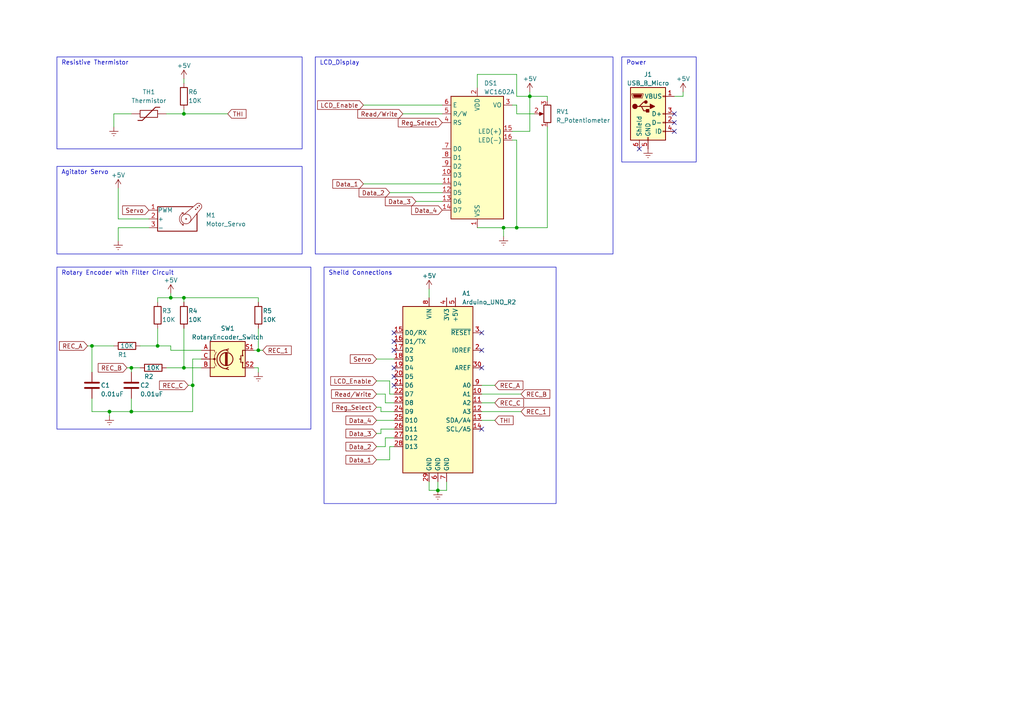
<source format=kicad_sch>
(kicad_sch (version 20230121) (generator eeschema)
  (paper "A4")
  (title_block (title "The_Dark_Room_Too"))
  (lib_symbols
    (symbol "Connector:USB_B_Micro" (pin_names (offset 1.016))
      (property "Reference" "J" (at -5.08 11.43 0))
      (property "Value" "USB_B_Micro" (at -5.08 8.89 0))
      (symbol "USB_B_Micro_0_1"
        (rectangle (start -5.08 -7.62) (end 5.08 7.62) (stroke (width 0.254)) (fill (type background)))
        (circle (center -3.81 2.159) (radius 0.635) (stroke (width 0.254)) (fill (type outline)))
        (circle (center -0.635 3.429) (radius 0.381) (stroke (width 0.254)) (fill (type outline)))
        (rectangle (start -0.127 -7.62) (end 0.127 -6.858))
        (polyline (pts (xy -1.905 2.159) (xy 0.635 2.159)) (stroke (width 0.254)))
        (polyline (pts (xy -3.175 2.159) (xy -2.54 2.159) (xy -1.27 3.429) (xy -0.635 3.429)) (stroke (width 0.254)))
        (polyline (pts (xy -2.54 2.159) (xy -1.905 2.159) (xy -1.27 0.889) (xy 0 0.889)) (stroke (width 0.254)))
        (polyline (pts (xy 0.635 2.794) (xy 0.635 1.524) (xy 1.905 2.159) (xy 0.635 2.794)) (stroke (width 0.254)) (fill (type outline)))
        (polyline (pts (xy -4.318 5.588) (xy -1.778 5.588) (xy -2.032 4.826) (xy -4.064 4.826) (xy -4.318 5.588)) (fill (type outline)))
        (polyline (pts (xy -4.699 5.842) (xy -4.699 5.588) (xy -4.445 4.826) (xy -4.445 4.572) (xy -1.651 4.572) (xy -1.651 4.826) (xy -1.397 5.588) (xy -1.397 5.842) (xy -4.699 5.842)))
        (rectangle (start 0.254 1.27) (end -0.508 0.508) (stroke (width 0.254)) (fill (type outline)))
        (rectangle (start 5.08 -5.207) (end 4.318 -4.953))
        (rectangle (start 5.08 -2.667) (end 4.318 -2.413))
        (rectangle (start 5.08 -0.127) (end 4.318 0.127))
        (rectangle (start 5.08 4.953) (end 4.318 5.207))
      )
      (symbol "USB_B_Micro_1_1"
        (pin power_out line (at 7.62 5.08 180) (length 2.54) (name "VBUS") (number "1"))
        (pin bidirectional line (at 7.62 -2.54 180) (length 2.54) (name "D-") (number "2"))
        (pin bidirectional line (at 7.62 0 180) (length 2.54) (name "D+") (number "3"))
        (pin passive line (at 7.62 -5.08 180) (length 2.54) (name "ID") (number "4"))
        (pin power_out line (at 0 -10.16 90) (length 2.54) (name "GND") (number "5"))
        (pin passive line (at -2.54 -10.16 90) (length 2.54) (name "Shield") (number "6"))
      )
    )
    (symbol "Device:C" (pin_numbers hide) (pin_names (offset 0.254))
      (property "Reference" "C" (at 0.635 2.54 0))
      (property "Value" "C" (at 0.635 -2.54 0))
      (symbol "C_0_1"
        (polyline (pts (xy -2.032 -0.762) (xy 2.032 -0.762)) (stroke (width 0.508)))
        (polyline (pts (xy -2.032 0.762) (xy 2.032 0.762)) (stroke (width 0.508)))
      )
      (symbol "C_1_1"
        (pin passive line (at 0 3.81 270) (length 2.794) (name "~") (number "1"))
        (pin passive line (at 0 -3.81 90) (length 2.794) (name "~") (number "2"))
      )
    )
    (symbol "Device:R" (pin_numbers hide) (pin_names (offset 0))
      (property "Reference" "R" (at 2.032 0 90))
      (property "Value" "R" (at 0 0 90))
      (symbol "R_0_1"
        (rectangle (start -1.016 -2.54) (end 1.016 2.54) (stroke (width 0.254)))
      )
      (symbol "R_1_1"
        (pin passive line (at 0 3.81 270) (length 1.27) (name "~") (number "1"))
        (pin passive line (at 0 -3.81 90) (length 1.27) (name "~") (number "2"))
      )
    )
    (symbol "Device:R_Potentiometer" (pin_names (offset 1.016) hide)
      (property "Reference" "RV" (at -4.445 0 90))
      (property "Value" "R_Potentiometer" (at -2.54 0 90))
      (symbol "R_Potentiometer_0_1"
        (polyline (pts (xy 2.54 0) (xy 1.524 0)))
        (polyline (pts (xy 1.143 0) (xy 2.286 0.508) (xy 2.286 -0.508) (xy 1.143 0)) (fill (type outline)))
        (rectangle (start 1.016 2.54) (end -1.016 -2.54) (stroke (width 0.254)))
      )
      (symbol "R_Potentiometer_1_1"
        (pin passive line (at 0 3.81 270) (length 1.27) (name "1") (number "1"))
        (pin passive line (at 3.81 0 180) (length 1.27) (name "2") (number "2"))
        (pin passive line (at 0 -3.81 90) (length 1.27) (name "3") (number "3"))
      )
    )
    (symbol "Device:RotaryEncoder_Switch" (pin_names (offset 0.254) hide)
      (property "Reference" "SW" (at 0 6.604 0))
      (property "Value" "RotaryEncoder_Switch" (at 0 -6.604 0))
      (symbol "RotaryEncoder_Switch_0_1"
        (rectangle (start -5.08 5.08) (end 5.08 -5.08) (stroke (width 0.254)) (fill (type background)))
        (circle (center -3.81 0) (radius 0.254) (fill (type outline)))
        (circle (center -0.381 0) (radius 1.905) (stroke (width 0.254)))
        (arc (start -0.381 2.667) (mid -3.0988 -0.0635) (end -0.381 -2.794) (stroke (width 0.254)))
        (polyline (pts (xy -0.635 -1.778) (xy -0.635 1.778)) (stroke (width 0.254)))
        (polyline (pts (xy -0.381 -1.778) (xy -0.381 1.778)) (stroke (width 0.254)))
        (polyline (pts (xy -0.127 1.778) (xy -0.127 -1.778)) (stroke (width 0.254)))
        (polyline (pts (xy 3.81 0) (xy 3.429 0)) (stroke (width 0.254)))
        (polyline (pts (xy 3.81 1.016) (xy 3.81 -1.016)) (stroke (width 0.254)))
        (polyline (pts (xy -5.08 -2.54) (xy -3.81 -2.54) (xy -3.81 -2.032)))
        (polyline (pts (xy -5.08 2.54) (xy -3.81 2.54) (xy -3.81 2.032)))
        (polyline (pts (xy 0.254 -3.048) (xy -0.508 -2.794) (xy 0.127 -2.413)) (stroke (width 0.254)))
        (polyline (pts (xy 0.254 2.921) (xy -0.508 2.667) (xy 0.127 2.286)) (stroke (width 0.254)))
        (polyline (pts (xy 5.08 -2.54) (xy 4.318 -2.54) (xy 4.318 -1.016)) (stroke (width 0.254)))
        (polyline (pts (xy 5.08 2.54) (xy 4.318 2.54) (xy 4.318 1.016)) (stroke (width 0.254)))
        (polyline (pts (xy -5.08 0) (xy -3.81 0) (xy -3.81 -1.016) (xy -3.302 -2.032)))
        (polyline (pts (xy -4.318 0) (xy -3.81 0) (xy -3.81 1.016) (xy -3.302 2.032)))
        (circle (center 4.318 -1.016) (radius 0.127) (stroke (width 0.254)))
        (circle (center 4.318 1.016) (radius 0.127) (stroke (width 0.254)))
      )
      (symbol "RotaryEncoder_Switch_1_1"
        (pin passive line (at -7.62 2.54 0) (length 2.54) (name "A") (number "A"))
        (pin passive line (at -7.62 -2.54 0) (length 2.54) (name "B") (number "B"))
        (pin passive line (at -7.62 0 0) (length 2.54) (name "C") (number "C"))
        (pin passive line (at 7.62 2.54 180) (length 2.54) (name "S1") (number "S1"))
        (pin passive line (at 7.62 -2.54 180) (length 2.54) (name "S2") (number "S2"))
      )
    )
    (symbol "Device:Thermistor" (pin_numbers hide) (pin_names (offset 0))
      (property "Reference" "TH" (at 2.54 1.27 90))
      (property "Value" "Thermistor" (at -2.54 0 90))
      (symbol "Thermistor_0_1"
        (rectangle (start -1.016 2.54) (end 1.016 -2.54) (stroke (width 0.2032)))
        (polyline (pts (xy -1.905 3.175) (xy -1.905 1.905) (xy 1.905 -1.905) (xy 1.905 -3.175) (xy 1.905 -3.175)) (stroke (width 0.254)))
      )
      (symbol "Thermistor_1_1"
        (pin passive line (at 0 5.08 270) (length 2.54) (name "~") (number "1"))
        (pin passive line (at 0 -5.08 90) (length 2.54) (name "~") (number "2"))
      )
    )
    (symbol "Display_Character:WC1602A"
      (property "Reference" "DS" (at -5.842 19.05 0))
      (property "Value" "WC1602A" (at 5.334 19.05 0))
      (symbol "WC1602A_1_1"
        (rectangle (start -7.62 17.78) (end 7.62 -17.78) (stroke (width 0.254)) (fill (type background)))
        (pin power_in line (at 0 -20.32 90) (length 2.54) (name "VSS") (number "1"))
        (pin input line (at -10.16 -5.08 0) (length 2.54) (name "D3") (number "10"))
        (pin input line (at -10.16 -7.62 0) (length 2.54) (name "D4") (number "11"))
        (pin input line (at -10.16 -10.16 0) (length 2.54) (name "D5") (number "12"))
        (pin input line (at -10.16 -12.7 0) (length 2.54) (name "D6") (number "13"))
        (pin input line (at -10.16 -15.24 0) (length 2.54) (name "D7") (number "14"))
        (pin power_in line (at 10.16 7.62 180) (length 2.54) (name "LED(+)") (number "15"))
        (pin power_in line (at 10.16 5.08 180) (length 2.54) (name "LED(-)") (number "16"))
        (pin power_in line (at 0 20.32 270) (length 2.54) (name "VDD") (number "2"))
        (pin input line (at 10.16 15.24 180) (length 2.54) (name "VO") (number "3"))
        (pin input line (at -10.16 10.16 0) (length 2.54) (name "RS") (number "4"))
        (pin input line (at -10.16 12.7 0) (length 2.54) (name "R/W") (number "5"))
        (pin input line (at -10.16 15.24 0) (length 2.54) (name "E") (number "6"))
        (pin input line (at -10.16 2.54 0) (length 2.54) (name "D0") (number "7"))
        (pin input line (at -10.16 0 0) (length 2.54) (name "D1") (number "8"))
        (pin input line (at -10.16 -2.54 0) (length 2.54) (name "D2") (number "9"))
      )
    )
    (symbol "MCU_Module:Arduino_UNO_R2"
      (property "Reference" "A" (at -10.16 23.495 0))
      (property "Value" "Arduino_UNO_R2" (at 5.08 -26.67 0))
      (symbol "Arduino_UNO_R2_0_1"
        (rectangle (start -10.16 22.86) (end 10.16 -25.4) (stroke (width 0.254)) (fill (type background)))
      )
      (symbol "Arduino_UNO_R2_1_1"
        (pin no_connect line (at -10.16 -20.32 0) (length 2.54) hide (name "NC") (number "1"))
        (pin bidirectional line (at 12.7 -2.54 180) (length 2.54) (name "A1") (number "10"))
        (pin bidirectional line (at 12.7 -5.08 180) (length 2.54) (name "A2") (number "11"))
        (pin bidirectional line (at 12.7 -7.62 180) (length 2.54) (name "A3") (number "12"))
        (pin bidirectional line (at 12.7 -10.16 180) (length 2.54) (name "SDA/A4") (number "13"))
        (pin bidirectional line (at 12.7 -12.7 180) (length 2.54) (name "SCL/A5") (number "14"))
        (pin bidirectional line (at -12.7 15.24 0) (length 2.54) (name "D0/RX") (number "15"))
        (pin bidirectional line (at -12.7 12.7 0) (length 2.54) (name "D1/TX") (number "16"))
        (pin bidirectional line (at -12.7 10.16 0) (length 2.54) (name "D2") (number "17"))
        (pin bidirectional line (at -12.7 7.62 0) (length 2.54) (name "D3") (number "18"))
        (pin bidirectional line (at -12.7 5.08 0) (length 2.54) (name "D4") (number "19"))
        (pin output line (at 12.7 10.16 180) (length 2.54) (name "IOREF") (number "2"))
        (pin bidirectional line (at -12.7 2.54 0) (length 2.54) (name "D5") (number "20"))
        (pin bidirectional line (at -12.7 0 0) (length 2.54) (name "D6") (number "21"))
        (pin bidirectional line (at -12.7 -2.54 0) (length 2.54) (name "D7") (number "22"))
        (pin bidirectional line (at -12.7 -5.08 0) (length 2.54) (name "D8") (number "23"))
        (pin bidirectional line (at -12.7 -7.62 0) (length 2.54) (name "D9") (number "24"))
        (pin bidirectional line (at -12.7 -10.16 0) (length 2.54) (name "D10") (number "25"))
        (pin bidirectional line (at -12.7 -12.7 0) (length 2.54) (name "D11") (number "26"))
        (pin bidirectional line (at -12.7 -15.24 0) (length 2.54) (name "D12") (number "27"))
        (pin bidirectional line (at -12.7 -17.78 0) (length 2.54) (name "D13") (number "28"))
        (pin power_in line (at -2.54 -27.94 90) (length 2.54) (name "GND") (number "29"))
        (pin input line (at 12.7 15.24 180) (length 2.54) (name "~{RESET}") (number "3"))
        (pin input line (at 12.7 5.08 180) (length 2.54) (name "AREF") (number "30"))
        (pin power_out line (at 2.54 25.4 270) (length 2.54) (name "3V3") (number "4"))
        (pin power_out line (at 5.08 25.4 270) (length 2.54) (name "+5V") (number "5"))
        (pin power_in line (at 0 -27.94 90) (length 2.54) (name "GND") (number "6"))
        (pin power_in line (at 2.54 -27.94 90) (length 2.54) (name "GND") (number "7"))
        (pin power_in line (at -2.54 25.4 270) (length 2.54) (name "VIN") (number "8"))
        (pin bidirectional line (at 12.7 0 180) (length 2.54) (name "A0") (number "9"))
      )
    )
    (symbol "Motor:Motor_Servo" (pin_names (offset 0.0254))
      (property "Reference" "M" (at -5.08 4.445 0))
      (property "Value" "Motor_Servo" (at -5.08 -4.064 0))
      (symbol "Motor_Servo_0_1"
        (polyline (pts (xy 2.413 -1.778) (xy 2.032 -1.778)))
        (polyline (pts (xy 2.413 -1.778) (xy 2.286 -1.397)))
        (polyline (pts (xy 2.413 1.778) (xy 1.905 1.778)))
        (polyline (pts (xy 2.413 1.778) (xy 2.286 1.397)))
        (polyline (pts (xy 6.35 4.445) (xy 2.54 1.27)))
        (polyline (pts (xy 7.62 3.175) (xy 4.191 -1.016)))
        (polyline (pts (xy 5.08 3.556) (xy -5.08 3.556) (xy -5.08 -3.556) (xy 6.35 -3.556) (xy 6.35 1.524)) (stroke (width 0.254)))
        (arc (start 2.413 1.778) (mid 1.2406 0) (end 2.413 -1.778))
        (circle (center 3.175 0) (radius 0.1778))
        (circle (center 3.175 0) (radius 1.4224))
        (circle (center 5.969 2.794) (radius 0.127))
        (circle (center 6.477 3.302) (radius 0.127))
        (circle (center 6.985 3.81) (radius 0.127))
        (arc (start 7.62 3.175) (mid 7.4485 4.2735) (end 6.35 4.445))
      )
      (symbol "Motor_Servo_1_1"
        (pin passive line (at -7.62 2.54 0) (length 2.54) (name "PWM") (number "1"))
        (pin passive line (at -7.62 0 0) (length 2.54) (name "+") (number "2"))
        (pin passive line (at -7.62 -2.54 0) (length 2.54) (name "-") (number "3"))
      )
    )
    (symbol "power:+5V" (power) (pin_names (offset 0))
      (property "Value" "+5V" (at 0 3.556 0))
      (symbol "+5V_0_1"
        (polyline (pts (xy -0.762 1.27) (xy 0 2.54)))
        (polyline (pts (xy 0 0) (xy 0 2.54)))
        (polyline (pts (xy 0 2.54) (xy 0.762 1.27)))
      )
      (symbol "+5V_1_1"
        (pin power_in line (at 0 0 90) (length 0) hide (name "+5V") (number "1"))
      )
    )
    (symbol "power:Earth" (power) (pin_names (offset 0))
      (symbol "Earth_0_1"
        (polyline (pts (xy -0.635 -1.905) (xy 0.635 -1.905)))
        (polyline (pts (xy -0.127 -2.54) (xy 0.127 -2.54)))
        (polyline (pts (xy 0 -1.27) (xy 0 0)))
        (polyline (pts (xy 1.27 -1.27) (xy -1.27 -1.27)))
      )
      (symbol "Earth_1_1"
        (pin power_in line (at 0 0 270) (length 0) hide (name "Earth") (number "1"))
      )
    )
  )
  (junction (at 38.1 119.38))
  (junction (at 127 142.24))
  (junction (at 31.75 119.38))
  (junction (at 45.72 100.33))
  (junction (at 53.34 106.68))
  (junction (at 149.86 66.04))
  (junction (at 53.34 33.02))
  (junction (at 38.1 106.68))
  (junction (at 49.53 86.36))
  (junction (at 146.05 66.04))
  (junction (at 55.88 111.76))
  (junction (at 153.67 27.94))
  (junction (at 26.67 100.33))
  (junction (at 74.93 101.6))
  (junction (at 53.34 86.36))
  (no_connect (at 114.3 106.68))
  (no_connect (at 114.3 96.52))
  (no_connect (at 114.3 109.22))
  (no_connect (at 185.42 43.18))
  (no_connect (at 139.7 106.68))
  (no_connect (at 195.58 35.56))
  (no_connect (at 139.7 124.46))
  (no_connect (at 139.7 101.6))
  (no_connect (at 114.3 111.76))
  (no_connect (at 195.58 33.02))
  (no_connect (at 114.3 99.06))
  (no_connect (at 139.7 96.52))
  (no_connect (at 195.58 38.1))
  (no_connect (at 114.3 101.6))
  (wire (pts (xy 33.02 33.02) (xy 33.02 36.83)))
  (wire (pts (xy 43.18 63.5) (xy 34.29 63.5)))
  (wire (pts (xy 124.46 139.7) (xy 124.46 142.24)))
  (wire (pts (xy 53.34 86.36) (xy 53.34 87.63)))
  (wire (pts (xy 26.67 115.57) (xy 26.67 119.38)))
  (wire (pts (xy 34.29 69.85) (xy 34.29 66.04)))
  (wire (pts (xy 116.84 33.02) (xy 128.27 33.02)))
  (wire (pts (xy 73.66 106.68) (xy 74.93 106.68)))
  (wire (pts (xy 53.34 106.68) (xy 58.42 106.68)))
  (wire (pts (xy 49.53 86.36) (xy 53.34 86.36)))
  (wire (pts (xy 127 142.24) (xy 129.54 142.24)))
  (wire (pts (xy 113.03 114.3) (xy 114.3 114.3)))
  (wire (pts (xy 111.76 114.3) (xy 111.76 116.84)))
  (wire (pts (xy 31.75 119.38) (xy 31.75 120.65)))
  (wire (pts (xy 58.42 104.14) (xy 55.88 104.14)))
  (wire (pts (xy 25.4 100.33) (xy 26.67 100.33)))
  (wire (pts (xy 158.75 36.83) (xy 158.75 66.04)))
  (wire (pts (xy 153.67 27.94) (xy 158.75 27.94)))
  (wire (pts (xy 55.88 111.76) (xy 55.88 119.38)))
  (wire (pts (xy 34.29 66.04) (xy 43.18 66.04)))
  (wire (pts (xy 38.1 115.57) (xy 38.1 119.38)))
  (wire (pts (xy 74.93 101.6) (xy 76.2 101.6)))
  (wire (pts (xy 139.7 114.3) (xy 151.13 114.3)))
  (wire (pts (xy 49.53 100.33) (xy 45.72 100.33)))
  (wire (pts (xy 111.76 129.54) (xy 111.76 127)))
  (wire (pts (xy 45.72 86.36) (xy 45.72 87.63)))
  (wire (pts (xy 55.88 104.14) (xy 55.88 111.76)))
  (wire (pts (xy 45.72 86.36) (xy 49.53 86.36)))
  (wire (pts (xy 149.86 40.64) (xy 149.86 66.04)))
  (wire (pts (xy 148.59 38.1) (xy 153.67 38.1)))
  (wire (pts (xy 138.43 25.4) (xy 138.43 21.59)))
  (wire (pts (xy 38.1 106.68) (xy 40.64 106.68)))
  (wire (pts (xy 53.34 33.02) (xy 48.26 33.02)))
  (wire (pts (xy 53.34 22.86) (xy 53.34 24.13)))
  (wire (pts (xy 31.75 119.38) (xy 38.1 119.38)))
  (wire (pts (xy 110.49 119.38) (xy 114.3 119.38)))
  (wire (pts (xy 74.93 86.36) (xy 74.93 87.63)))
  (wire (pts (xy 110.49 125.73) (xy 110.49 124.46)))
  (wire (pts (xy 149.86 33.02) (xy 154.94 33.02)))
  (wire (pts (xy 148.59 40.64) (xy 149.86 40.64)))
  (wire (pts (xy 195.58 27.94) (xy 198.12 27.94)))
  (wire (pts (xy 58.42 101.6) (xy 49.53 101.6)))
  (wire (pts (xy 109.22 121.92) (xy 114.3 121.92)))
  (wire (pts (xy 49.53 101.6) (xy 49.53 100.33)))
  (wire (pts (xy 124.46 142.24) (xy 127 142.24)))
  (wire (pts (xy 153.67 26.67) (xy 153.67 27.94)))
  (wire (pts (xy 26.67 100.33) (xy 33.02 100.33)))
  (wire (pts (xy 138.43 21.59) (xy 149.86 21.59)))
  (wire (pts (xy 53.34 95.25) (xy 53.34 106.68)))
  (wire (pts (xy 105.41 30.48) (xy 128.27 30.48)))
  (wire (pts (xy 113.03 133.35) (xy 113.03 129.54)))
  (wire (pts (xy 149.86 30.48) (xy 149.86 33.02)))
  (wire (pts (xy 139.7 111.76) (xy 143.51 111.76)))
  (wire (pts (xy 40.64 100.33) (xy 45.72 100.33)))
  (wire (pts (xy 38.1 119.38) (xy 55.88 119.38)))
  (wire (pts (xy 49.53 85.09) (xy 49.53 86.36)))
  (wire (pts (xy 109.22 125.73) (xy 110.49 125.73)))
  (wire (pts (xy 113.03 55.88) (xy 128.27 55.88)))
  (wire (pts (xy 26.67 100.33) (xy 26.67 107.95)))
  (wire (pts (xy 149.86 66.04) (xy 146.05 66.04)))
  (wire (pts (xy 129.54 142.24) (xy 129.54 139.7)))
  (wire (pts (xy 109.22 118.11) (xy 110.49 118.11)))
  (wire (pts (xy 139.7 116.84) (xy 143.51 116.84)))
  (wire (pts (xy 45.72 95.25) (xy 45.72 100.33)))
  (wire (pts (xy 111.76 116.84) (xy 114.3 116.84)))
  (wire (pts (xy 139.7 121.92) (xy 143.51 121.92)))
  (wire (pts (xy 113.03 129.54) (xy 114.3 129.54)))
  (wire (pts (xy 111.76 127) (xy 114.3 127)))
  (wire (pts (xy 158.75 27.94) (xy 158.75 29.21)))
  (wire (pts (xy 34.29 63.5) (xy 34.29 54.61)))
  (wire (pts (xy 124.46 83.82) (xy 124.46 86.36)))
  (wire (pts (xy 109.22 114.3) (xy 111.76 114.3)))
  (wire (pts (xy 198.12 27.94) (xy 198.12 26.67)))
  (wire (pts (xy 53.34 31.75) (xy 53.34 33.02)))
  (wire (pts (xy 74.93 106.68) (xy 74.93 107.95)))
  (wire (pts (xy 38.1 106.68) (xy 38.1 107.95)))
  (wire (pts (xy 53.34 33.02) (xy 66.04 33.02)))
  (wire (pts (xy 139.7 119.38) (xy 151.13 119.38)))
  (wire (pts (xy 54.61 111.76) (xy 55.88 111.76)))
  (wire (pts (xy 74.93 101.6) (xy 74.93 95.25)))
  (wire (pts (xy 138.43 66.04) (xy 146.05 66.04)))
  (wire (pts (xy 26.67 119.38) (xy 31.75 119.38)))
  (wire (pts (xy 110.49 124.46) (xy 114.3 124.46)))
  (wire (pts (xy 109.22 129.54) (xy 111.76 129.54)))
  (wire (pts (xy 48.26 106.68) (xy 53.34 106.68)))
  (wire (pts (xy 109.22 133.35) (xy 113.03 133.35)))
  (wire (pts (xy 158.75 66.04) (xy 149.86 66.04)))
  (wire (pts (xy 146.05 66.04) (xy 146.05 68.58)))
  (wire (pts (xy 109.22 104.14) (xy 114.3 104.14)))
  (wire (pts (xy 113.03 110.49) (xy 113.03 114.3)))
  (wire (pts (xy 110.49 118.11) (xy 110.49 119.38)))
  (wire (pts (xy 127 139.7) (xy 127 142.24)))
  (wire (pts (xy 38.1 33.02) (xy 33.02 33.02)))
  (wire (pts (xy 148.59 30.48) (xy 149.86 30.48)))
  (wire (pts (xy 149.86 27.94) (xy 153.67 27.94)))
  (wire (pts (xy 36.83 106.68) (xy 38.1 106.68)))
  (wire (pts (xy 73.66 101.6) (xy 74.93 101.6)))
  (wire (pts (xy 74.93 86.36) (xy 53.34 86.36)))
  (wire (pts (xy 120.65 58.42) (xy 128.27 58.42)))
  (wire (pts (xy 153.67 27.94) (xy 153.67 38.1)))
  (wire (pts (xy 109.22 110.49) (xy 113.03 110.49)))
  (wire (pts (xy 149.86 21.59) (xy 149.86 27.94)))
  (wire (pts (xy 105.41 53.34) (xy 128.27 53.34)))
  (rectangle (start 93.98 77.47) (end 161.29 146.05))
  (rectangle (start 16.51 77.47) (end 90.17 124.46))
  (rectangle (start 180.34 16.51) (end 201.93 46.99))
  (rectangle (start 16.51 48.26) (end 87.63 73.66))
  (rectangle (start 91.44 16.51) (end 177.8 73.66))
  (rectangle (start 16.51 16.51) (end 87.63 43.18))
  (text "LCD_Display\n" (at 92.71 19.05 0) (effects (font (size 1.27 1.27)) (justify left bottom)))
  (text "Power" (at 181.61 19.05 0) (effects (font (size 1.27 1.27)) (justify left bottom)))
  (text "Sheild Connections\n" (at 95.25 80.01 0) (effects (font (size 1.27 1.27)) (justify left bottom)))
  (text "Resistive Thermistor" (at 17.78 19.05 0) (effects (font (size 1.27 1.27)) (justify left bottom)))
  (text "Agitator Servo\n" (at 17.78 50.8 0) (effects (font (size 1.27 1.27)) (justify left bottom)))
  (text "Rotary Encoder with Filter Circuit" (at 17.78 80.01 0) (effects (font (size 1.27 1.27)) (justify left bottom)))
  (global_label "Read{slash}Write" (shape input) (at 109.22 114.3 180) (property "Intersheetrefs" "${INTERSHEET_REFS}" (effects hide)))
  (global_label "REC_A" (shape input) (at 143.51 111.76 0) (property "Intersheetrefs" "${INTERSHEET_REFS}" (effects hide)))
  (global_label "Servo" (shape input) (at 43.18 60.96 180) (property "Intersheetrefs" "${INTERSHEET_REFS}" (effects hide)))
  (global_label "LCD_Enable" (shape input) (at 105.41 30.48 180) (property "Intersheetrefs" "${INTERSHEET_REFS}" (effects hide)))
  (global_label "REC_1" (shape input) (at 76.2 101.6 0) (property "Intersheetrefs" "${INTERSHEET_REFS}" (effects hide)))
  (global_label "Data_4" (shape input) (at 128.27 60.96 180) (property "Intersheetrefs" "${INTERSHEET_REFS}" (effects hide)))
  (global_label "Data_1" (shape input) (at 109.22 133.35 180) (property "Intersheetrefs" "${INTERSHEET_REFS}" (effects hide)))
  (global_label "LCD_Enable" (shape input) (at 109.22 110.49 180) (property "Intersheetrefs" "${INTERSHEET_REFS}" (effects hide)))
  (global_label "REC_C" (shape input) (at 143.51 116.84 0) (property "Intersheetrefs" "${INTERSHEET_REFS}" (effects hide)))
  (global_label "Data_3" (shape input) (at 120.65 58.42 180) (property "Intersheetrefs" "${INTERSHEET_REFS}" (effects hide)))
  (global_label "Data_2" (shape input) (at 113.03 55.88 180) (property "Intersheetrefs" "${INTERSHEET_REFS}" (effects hide)))
  (global_label "Reg_Select" (shape input) (at 128.27 35.56 180) (property "Intersheetrefs" "${INTERSHEET_REFS}" (effects hide)))
  (global_label "REC_B" (shape input) (at 36.83 106.68 180) (property "Intersheetrefs" "${INTERSHEET_REFS}" (effects hide)))
  (global_label "Data_1" (shape input) (at 105.41 53.34 180) (property "Intersheetrefs" "${INTERSHEET_REFS}" (effects hide)))
  (global_label "THI" (shape input) (at 66.04 33.02 0) (property "Intersheetrefs" "${INTERSHEET_REFS}" (effects hide)))
  (global_label "REC_C" (shape input) (at 54.61 111.76 180) (property "Intersheetrefs" "${INTERSHEET_REFS}" (effects hide)))
  (global_label "Data_2" (shape input) (at 109.22 129.54 180) (property "Intersheetrefs" "${INTERSHEET_REFS}" (effects hide)))
  (global_label "Data_3" (shape input) (at 109.22 125.73 180) (property "Intersheetrefs" "${INTERSHEET_REFS}" (effects hide)))
  (global_label "Reg_Select" (shape input) (at 109.22 118.11 180) (property "Intersheetrefs" "${INTERSHEET_REFS}" (effects hide)))
  (global_label "REC_A" (shape input) (at 25.4 100.33 180) (property "Intersheetrefs" "${INTERSHEET_REFS}" (effects hide)))
  (global_label "THI" (shape input) (at 143.51 121.92 0) (property "Intersheetrefs" "${INTERSHEET_REFS}" (effects hide)))
  (global_label "Read{slash}Write" (shape input) (at 116.84 33.02 180) (property "Intersheetrefs" "${INTERSHEET_REFS}" (effects hide)))
  (global_label "REC_B" (shape input) (at 151.13 114.3 0) (property "Intersheetrefs" "${INTERSHEET_REFS}" (effects hide)))
  (global_label "REC_1" (shape input) (at 151.13 119.38 0) (property "Intersheetrefs" "${INTERSHEET_REFS}" (effects hide)))
  (global_label "Servo" (shape input) (at 109.22 104.14 180) (property "Intersheetrefs" "${INTERSHEET_REFS}" (effects hide)))
  (global_label "Data_4" (shape input) (at 109.22 121.92 180) (property "Intersheetrefs" "${INTERSHEET_REFS}" (effects hide)))
  (symbol (lib_id "Device:R") (at 74.93 91.44 0) (unit 1)
    (property "Reference" "R5" (at 76.2 90.17 0) (effects (justify left)))
    (property "Value" "10K" (at 76.2 92.71 0) (effects (justify left)))
    (property "Footprint" "Resistor_SMD:R_0603_1608Metric" (effects hide))
  )
  (symbol (lib_id "Device:R") (at 36.83 100.33 90) (unit 1)
    (property "Reference" "R1" (at 35.56 102.87 90))
    (property "Value" "10K" (at 36.83 100.33 90))
    (property "Footprint" "Resistor_SMD:R_0603_1608Metric" (effects hide))
  )
  (symbol (lib_id "Connector:USB_B_Micro") (at 187.96 33.02 0) (unit 1)
    (property "Reference" "J1" (at 187.96 21.59 0))
    (property "Value" "USB_B_Micro" (at 187.96 24.13 0))
    (property "Footprint" "Connector_USB:USB_Micro-B_Amphenol_10118194_Horizontal" (effects hide))
  )
  (symbol (lib_id "power:+5V") (at 198.12 26.67 0) (unit 1)
    (property "Reference" "#PWR010" (effects hide))
    (property "Value" "+5V" (at 198.12 22.86 0))
  )
  (symbol (lib_id "Device:C") (at 38.1 111.76 0) (unit 1)
    (property "Reference" "C2" (at 40.64 111.76 0) (effects (justify left)))
    (property "Value" "0.01uF" (at 40.64 114.3 0) (effects (justify left)))
    (property "Footprint" "Capacitor_SMD:C_0603_1608Metric" (effects hide))
  )
  (symbol (lib_id "Device:R_Potentiometer") (at 158.75 33.02 180) (unit 1)
    (property "Reference" "RV1" (at 161.29 32.385 0) (effects (justify right)))
    (property "Value" "R_Potentiometer" (at 161.29 34.925 0) (effects (justify right)))
    (property "Footprint" "Potentiometer_THT:Potentiometer_Vishay_248GJ-249GJ_Single_Vertical" (effects hide))
  )
  (symbol (lib_id "power:Earth") (at 74.93 107.95 0) (unit 1)
    (property "Reference" "#PWR014" (effects hide))
    (property "Value" "Earth" (effects hide))
  )
  (symbol (lib_id "power:+5V") (at 34.29 54.61 0) (unit 1)
    (property "Reference" "#PWR01" (effects hide))
    (property "Value" "+5V" (at 34.29 50.8 0))
  )
  (symbol (lib_id "Motor:Motor_Servo") (at 50.8 63.5 0) (unit 1)
    (property "Reference" "M1" (at 59.69 62.4316 0) (effects (justify left)))
    (property "Value" "Motor_Servo" (at 59.69 64.9716 0) (effects (justify left)))
    (property "Footprint" "Connector_PinHeader_2.54mm:PinHeader_1x03_P2.54mm_Horizontal" (effects hide))
    (property "Datasheet" "http://forums.parallax.com/uploads/attachments/46831/74481.png" (effects hide))
  )
  (symbol (lib_id "Device:Thermistor") (at 43.18 33.02 90) (unit 1)
    (property "Reference" "TH1" (at 43.18 26.67 90))
    (property "Value" "Thermistor" (at 43.18 29.21 90))
    (property "Footprint" "TerminalBlock_4Ucon:TerminalBlock_4Ucon_1x02_P3.50mm_Horizontal" (effects hide))
  )
  (symbol (lib_id "Device:R") (at 45.72 91.44 0) (unit 1)
    (property "Reference" "R3" (at 46.99 90.17 0) (effects (justify left)))
    (property "Value" "10K" (at 46.99 92.71 0) (effects (justify left)))
    (property "Footprint" "Resistor_SMD:R_0603_1608Metric" (effects hide))
  )
  (symbol (lib_id "power:Earth") (at 187.96 43.18 0) (unit 1)
    (property "Reference" "#PWR09" (effects hide))
    (property "Value" "Earth" (effects hide))
  )
  (symbol (lib_id "power:+5V") (at 53.34 22.86 0) (unit 1)
    (property "Reference" "#PWR06" (effects hide))
    (property "Value" "+5V" (at 53.34 19.05 0))
  )
  (symbol (lib_id "Device:R") (at 53.34 27.94 0) (unit 1)
    (property "Reference" "R6" (at 54.61 26.67 0) (effects (justify left)))
    (property "Value" "10K" (at 54.61 29.21 0) (effects (justify left)))
    (property "Footprint" "Resistor_SMD:R_0603_1608Metric" (effects hide))
  )
  (symbol (lib_id "Display_Character:WC1602A") (at 138.43 45.72 0) (unit 1)
    (property "Reference" "DS1" (at 140.3859 24.13 0) (effects (justify left)))
    (property "Value" "WC1602A" (at 140.3859 26.67 0) (effects (justify left)))
    (property "Footprint" "Display:WC1602A" (effects hide))
    (property "Datasheet" "http://www.wincomlcd.com/pdf/WC1602A-SFYLYHTC06.pdf" (effects hide))
  )
  (symbol (lib_id "power:Earth") (at 34.29 69.85 0) (unit 1)
    (property "Reference" "#PWR02" (effects hide))
    (property "Value" "Earth" (effects hide))
  )
  (symbol (lib_id "power:Earth") (at 146.05 68.58 0) (unit 1)
    (property "Reference" "#PWR07" (effects hide))
    (property "Value" "Earth" (effects hide))
  )
  (symbol (lib_id "Device:C") (at 26.67 111.76 0) (unit 1)
    (property "Reference" "C1" (at 29.21 111.76 0) (effects (justify left)))
    (property "Value" "0.01uF" (at 29.21 114.3 0) (effects (justify left)))
    (property "Footprint" "Capacitor_SMD:C_0603_1608Metric" (effects hide))
  )
  (symbol (lib_id "Device:R") (at 53.34 91.44 0) (unit 1)
    (property "Reference" "R4" (at 54.61 90.17 0) (effects (justify left)))
    (property "Value" "10K" (at 54.61 92.71 0) (effects (justify left)))
    (property "Footprint" "Resistor_SMD:R_0603_1608Metric" (effects hide))
  )
  (symbol (lib_id "power:+5V") (at 49.53 85.09 0) (unit 1)
    (property "Reference" "#PWR03" (effects hide))
    (property "Value" "+5V" (at 49.53 81.28 0))
  )
  (symbol (lib_id "power:Earth") (at 33.02 36.83 0) (unit 1)
    (property "Reference" "#PWR05" (effects hide))
    (property "Value" "Earth" (effects hide))
  )
  (symbol (lib_id "Device:RotaryEncoder_Switch") (at 66.04 104.14 0) (unit 1)
    (property "Reference" "SW1" (at 66.04 95.25 0))
    (property "Value" "RotaryEncoder_Switch" (at 66.04 97.79 0))
    (property "Footprint" "Rotary_Encoder:RotaryEncoder_Alps_EC11E-Switch_Vertical_H20mm" (effects hide))
  )
  (symbol (lib_id "Device:R") (at 44.45 106.68 90) (unit 1)
    (property "Reference" "R2" (at 43.18 109.22 90))
    (property "Value" "10K" (at 44.45 106.68 90))
    (property "Footprint" "Resistor_SMD:R_0603_1608Metric" (effects hide))
  )
  (symbol (lib_id "MCU_Module:Arduino_UNO_R2") (at 127 111.76 0) (unit 1)
    (property "Reference" "A1" (at 134.0359 85.09 0) (effects (justify left)))
    (property "Value" "Arduino_UNO_R2" (at 134.0359 87.63 0) (effects (justify left)))
    (property "Footprint" "Module:Arduino_UNO_R2" (effects hide))
    (property "Datasheet" "https://www.arduino.cc/en/Main/arduinoBoardUno" (effects hide))
  )
  (symbol (lib_id "power:Earth") (at 31.75 120.65 0) (unit 1)
    (property "Reference" "#PWR04" (effects hide))
    (property "Value" "Earth" (effects hide))
  )
  (symbol (lib_id "power:+5V") (at 124.46 83.82 0) (unit 1)
    (property "Reference" "#PWR011" (effects hide))
    (property "Value" "+5V" (at 124.46 80.01 0))
  )
  (symbol (lib_id "power:+5V") (at 153.67 26.67 0) (unit 1)
    (property "Reference" "#PWR08" (effects hide))
    (property "Value" "+5V" (at 153.67 22.86 0))
  )
  (symbol (lib_id "power:Earth") (at 127 142.24 0) (unit 1)
    (property "Reference" "#PWR012" (effects hide))
    (property "Value" "Earth" (effects hide))
  )
)
</source>
